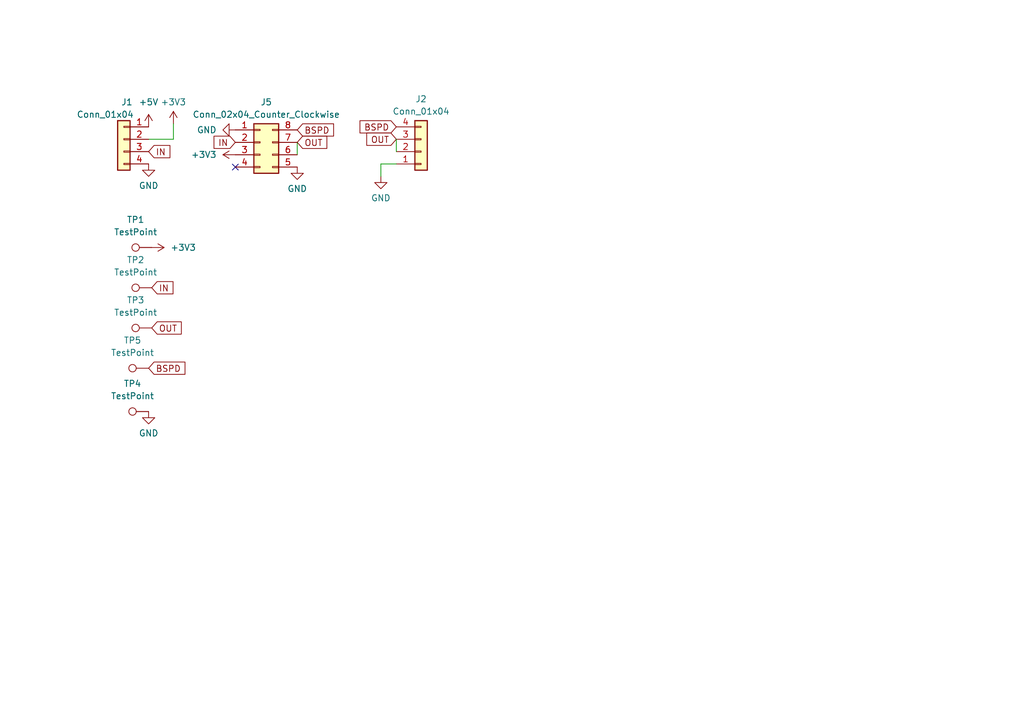
<source format=kicad_sch>
(kicad_sch (version 20230121) (generator eeschema)
  (paper "A5")
  (lib_symbols
    (symbol "Connector:TestPoint" (pin_numbers hide) (pin_names (offset 0.762) hide)
      (property "Reference" "TP" (at 0 6.858 0))
      (property "Value" "TestPoint" (at 0 5.08 0))
      (symbol "TestPoint_0_1"
        (circle (center 0 3.302) (radius 0.762))
      )
      (symbol "TestPoint_1_1"
        (pin passive line (at 0 0 90) (length 2.54) (name "1") (number "1"))
      )
    )
    (symbol "Connector_Generic:Conn_01x04" (pin_names (offset 1.016) hide)
      (property "Reference" "J" (at 0 5.08 0))
      (property "Value" "Conn_01x04" (at 0 -7.62 0))
      (symbol "Conn_01x04_1_1"
        (rectangle (start -1.27 -4.953) (end 0 -5.207) (stroke (width 0.1524)))
        (rectangle (start -1.27 -2.413) (end 0 -2.667) (stroke (width 0.1524)))
        (rectangle (start -1.27 0.127) (end 0 -0.127) (stroke (width 0.1524)))
        (rectangle (start -1.27 2.667) (end 0 2.413) (stroke (width 0.1524)))
        (rectangle (start -1.27 3.81) (end 1.27 -6.35) (stroke (width 0.254)) (fill (type background)))
        (pin passive line (at -5.08 2.54 0) (length 3.81) (name "Pin_1") (number "1"))
        (pin passive line (at -5.08 0 0) (length 3.81) (name "Pin_2") (number "2"))
        (pin passive line (at -5.08 -2.54 0) (length 3.81) (name "Pin_3") (number "3"))
        (pin passive line (at -5.08 -5.08 0) (length 3.81) (name "Pin_4") (number "4"))
      )
    )
    (symbol "Connector_Generic:Conn_02x04_Counter_Clockwise" (pin_names (offset 1.016) hide)
      (property "Reference" "J" (at 1.27 5.08 0))
      (property "Value" "Conn_02x04_Counter_Clockwise" (at 1.27 -7.62 0))
      (symbol "Conn_02x04_Counter_Clockwise_1_1"
        (rectangle (start -1.27 -4.953) (end 0 -5.207) (stroke (width 0.1524)))
        (rectangle (start -1.27 -2.413) (end 0 -2.667) (stroke (width 0.1524)))
        (rectangle (start -1.27 0.127) (end 0 -0.127) (stroke (width 0.1524)))
        (rectangle (start -1.27 2.667) (end 0 2.413) (stroke (width 0.1524)))
        (rectangle (start -1.27 3.81) (end 3.81 -6.35) (stroke (width 0.254)) (fill (type background)))
        (rectangle (start 3.81 -4.953) (end 2.54 -5.207) (stroke (width 0.1524)))
        (rectangle (start 3.81 -2.413) (end 2.54 -2.667) (stroke (width 0.1524)))
        (rectangle (start 3.81 0.127) (end 2.54 -0.127) (stroke (width 0.1524)))
        (rectangle (start 3.81 2.667) (end 2.54 2.413) (stroke (width 0.1524)))
        (pin passive line (at -5.08 2.54 0) (length 3.81) (name "Pin_1") (number "1"))
        (pin passive line (at -5.08 0 0) (length 3.81) (name "Pin_2") (number "2"))
        (pin passive line (at -5.08 -2.54 0) (length 3.81) (name "Pin_3") (number "3"))
        (pin passive line (at -5.08 -5.08 0) (length 3.81) (name "Pin_4") (number "4"))
        (pin passive line (at 7.62 -5.08 180) (length 3.81) (name "Pin_5") (number "5"))
        (pin passive line (at 7.62 -2.54 180) (length 3.81) (name "Pin_6") (number "6"))
        (pin passive line (at 7.62 0 180) (length 3.81) (name "Pin_7") (number "7"))
        (pin passive line (at 7.62 2.54 180) (length 3.81) (name "Pin_8") (number "8"))
      )
    )
    (symbol "power:+3V3" (power) (pin_names (offset 0))
      (property "Value" "+3V3" (at 0 3.556 0))
      (symbol "+3V3_0_1"
        (polyline (pts (xy -0.762 1.27) (xy 0 2.54)))
        (polyline (pts (xy 0 0) (xy 0 2.54)))
        (polyline (pts (xy 0 2.54) (xy 0.762 1.27)))
      )
      (symbol "+3V3_1_1"
        (pin power_in line (at 0 0 90) (length 0) hide (name "+3V3") (number "1"))
      )
    )
    (symbol "power:+5V" (power) (pin_names (offset 0))
      (property "Value" "+5V" (at 0 3.556 0))
      (symbol "+5V_0_1"
        (polyline (pts (xy -0.762 1.27) (xy 0 2.54)))
        (polyline (pts (xy 0 0) (xy 0 2.54)))
        (polyline (pts (xy 0 2.54) (xy 0.762 1.27)))
      )
      (symbol "+5V_1_1"
        (pin power_in line (at 0 0 90) (length 0) hide (name "+5V") (number "1"))
      )
    )
    (symbol "power:GND" (power) (pin_names (offset 0))
      (property "Value" "GND" (at 0 -3.81 0))
      (symbol "GND_0_1"
        (polyline (pts (xy 0 0) (xy 0 -1.27) (xy 1.27 -1.27) (xy 0 -2.54) (xy -1.27 -1.27) (xy 0 -1.27)))
      )
      (symbol "GND_1_1"
        (pin power_in line (at 0 0 270) (length 0) hide (name "GND") (number "1"))
      )
    )
  )
  (no_connect (at 48.26 34.29))
  (wire (pts (xy 60.96 29.21) (xy 60.96 31.75)))
  (wire (pts (xy 81.28 33.655) (xy 78.105 33.655)))
  (wire (pts (xy 81.28 28.575) (xy 81.28 31.115)))
  (wire (pts (xy 78.105 33.655) (xy 78.105 36.195)))
  (wire (pts (xy 35.56 28.575) (xy 30.48 28.575)))
  (wire (pts (xy 35.56 25.4) (xy 35.56 28.575)))
  (global_label "IN" (shape input) (at 30.48 31.115 0) (property "Intersheetrefs" "${INTERSHEET_REFS}" (effects hide)))
  (global_label "BSPD" (shape input) (at 30.48 75.565 0) (property "Intersheetrefs" "${INTERSHEET_REFS}" (effects hide)))
  (global_label "OUT" (shape input) (at 60.96 29.21 0) (property "Intersheetrefs" "${INTERSHEET_REFS}" (effects hide)))
  (global_label "BSPD" (shape input) (at 60.96 26.67 0) (property "Intersheetrefs" "${INTERSHEET_REFS}" (effects hide)))
  (global_label "IN" (shape input) (at 48.26 29.21 180) (property "Intersheetrefs" "${INTERSHEET_REFS}" (effects hide)))
  (global_label "BSPD" (shape input) (at 81.28 26.035 180) (property "Intersheetrefs" "${INTERSHEET_REFS}" (effects hide)))
  (global_label "OUT" (shape input) (at 31.115 67.31 0) (property "Intersheetrefs" "${INTERSHEET_REFS}" (effects hide)))
  (global_label "OUT" (shape input) (at 81.28 28.575 180) (property "Intersheetrefs" "${INTERSHEET_REFS}" (effects hide)))
  (global_label "IN" (shape input) (at 31.115 59.055 0) (property "Intersheetrefs" "${INTERSHEET_REFS}" (effects hide)))
  (symbol (lib_id "power:GND") (at 30.48 33.655 0) (unit 1)
    (property "Reference" "#PWR03" (effects hide))
    (property "Value" "GND" (at 30.48 38.1 0))
  )
  (symbol (lib_id "Connector_Generic:Conn_01x04") (at 25.4 28.575 0) (mirror y) (unit 1)
    (property "Reference" "J1" (at 26.035 20.955 0))
    (property "Value" "Conn_01x04" (at 21.59 23.495 0))
    (property "Footprint" "Connector_PinHeader_2.54mm:PinHeader_1x04_P2.54mm_Vertical" (effects hide))
  )
  (symbol (lib_id "Connector:TestPoint") (at 30.48 75.565 90) (unit 1)
    (property "Reference" "TP5" (at 27.178 69.85 90))
    (property "Value" "TestPoint" (at 27.178 72.39 90))
    (property "Footprint" "TestPoint:TestPoint_THTPad_D1.0mm_Drill0.5mm" (effects hide))
  )
  (symbol (lib_id "power:GND") (at 60.96 34.29 0) (unit 1)
    (property "Reference" "#PWR06" (effects hide))
    (property "Value" "GND" (at 60.96 38.735 0))
  )
  (symbol (lib_id "power:+3V3") (at 31.115 50.8 270) (unit 1)
    (property "Reference" "#PWR09" (effects hide))
    (property "Value" "+3V3" (at 34.925 50.8 90) (effects (justify left)))
  )
  (symbol (lib_id "Connector:TestPoint") (at 30.48 84.455 90) (unit 1)
    (property "Reference" "TP4" (at 27.178 78.74 90))
    (property "Value" "TestPoint" (at 27.178 81.28 90))
    (property "Footprint" "TestPoint:TestPoint_THTPad_D1.0mm_Drill0.5mm" (effects hide))
  )
  (symbol (lib_id "Connector:TestPoint") (at 31.115 50.8 90) (unit 1)
    (property "Reference" "TP1" (at 27.813 45.085 90))
    (property "Value" "TestPoint" (at 27.813 47.625 90))
    (property "Footprint" "TestPoint:TestPoint_THTPad_D1.0mm_Drill0.5mm" (effects hide))
  )
  (symbol (lib_id "power:GND") (at 78.105 36.195 0) (unit 1)
    (property "Reference" "#PWR07" (effects hide))
    (property "Value" "GND" (at 78.105 40.64 0))
  )
  (symbol (lib_id "Connector_Generic:Conn_01x04") (at 86.36 31.115 0) (mirror x) (unit 1)
    (property "Reference" "J2" (at 86.36 20.32 0))
    (property "Value" "Conn_01x04" (at 86.36 22.86 0))
    (property "Footprint" "Connector_PinHeader_2.54mm:PinHeader_1x04_P2.54mm_Vertical" (effects hide))
  )
  (symbol (lib_id "power:+3V3") (at 35.56 25.4 0) (unit 1)
    (property "Reference" "#PWR02" (effects hide))
    (property "Value" "+3V3" (at 35.56 20.955 0))
  )
  (symbol (lib_id "power:GND") (at 48.26 26.67 270) (mirror x) (unit 1)
    (property "Reference" "#PWR05" (effects hide))
    (property "Value" "GND" (at 44.45 26.67 90) (effects (justify right)))
  )
  (symbol (lib_id "power:GND") (at 30.48 84.455 0) (unit 1)
    (property "Reference" "#PWR04" (effects hide))
    (property "Value" "GND" (at 30.48 88.9 0))
  )
  (symbol (lib_id "power:+3V3") (at 48.26 31.75 90) (mirror x) (unit 1)
    (property "Reference" "#PWR08" (effects hide))
    (property "Value" "+3V3" (at 44.45 31.75 90) (effects (justify left)))
  )
  (symbol (lib_id "Connector:TestPoint") (at 31.115 67.31 90) (unit 1)
    (property "Reference" "TP3" (at 27.813 61.595 90))
    (property "Value" "TestPoint" (at 27.813 64.135 90))
    (property "Footprint" "TestPoint:TestPoint_THTPad_D1.0mm_Drill0.5mm" (effects hide))
  )
  (symbol (lib_id "Connector:TestPoint") (at 31.115 59.055 90) (unit 1)
    (property "Reference" "TP2" (at 27.813 53.34 90))
    (property "Value" "TestPoint" (at 27.813 55.88 90))
    (property "Footprint" "TestPoint:TestPoint_THTPad_D1.0mm_Drill0.5mm" (effects hide))
  )
  (symbol (lib_id "Connector_Generic:Conn_02x04_Counter_Clockwise") (at 53.34 29.21 0) (unit 1)
    (property "Reference" "J5" (at 54.61 20.955 0))
    (property "Value" "Conn_02x04_Counter_Clockwise" (at 54.61 23.495 0))
    (property "Footprint" "module:AnalogSensorAmplifier" (effects hide))
  )
  (symbol (lib_id "power:+5V") (at 30.48 26.035 0) (unit 1)
    (property "Reference" "#PWR01" (effects hide))
    (property "Value" "+5V" (at 30.48 20.955 0))
  )
)
</source>
